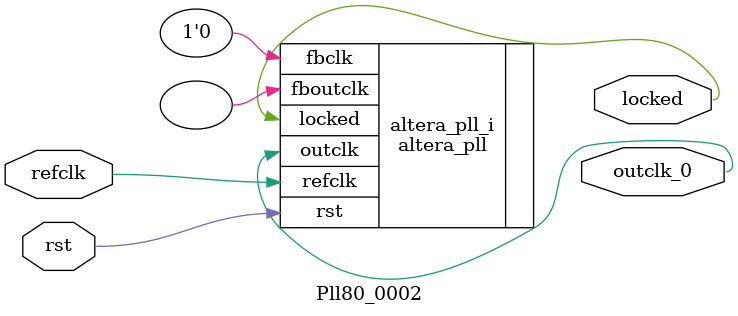
<source format=v>
`timescale 1ns/10ps
module  Pll80_0002(

	// interface 'refclk'
	input wire refclk,

	// interface 'reset'
	input wire rst,

	// interface 'outclk0'
	output wire outclk_0,

	// interface 'locked'
	output wire locked
);

	altera_pll #(
		.fractional_vco_multiplier("false"),
		.reference_clock_frequency("50.0 MHz"),
		.operation_mode("direct"),
		.number_of_clocks(1),
		.output_clock_frequency0("80.000000 MHz"),
		.phase_shift0("0 ps"),
		.duty_cycle0(50),
		.output_clock_frequency1("0 MHz"),
		.phase_shift1("0 ps"),
		.duty_cycle1(50),
		.output_clock_frequency2("0 MHz"),
		.phase_shift2("0 ps"),
		.duty_cycle2(50),
		.output_clock_frequency3("0 MHz"),
		.phase_shift3("0 ps"),
		.duty_cycle3(50),
		.output_clock_frequency4("0 MHz"),
		.phase_shift4("0 ps"),
		.duty_cycle4(50),
		.output_clock_frequency5("0 MHz"),
		.phase_shift5("0 ps"),
		.duty_cycle5(50),
		.output_clock_frequency6("0 MHz"),
		.phase_shift6("0 ps"),
		.duty_cycle6(50),
		.output_clock_frequency7("0 MHz"),
		.phase_shift7("0 ps"),
		.duty_cycle7(50),
		.output_clock_frequency8("0 MHz"),
		.phase_shift8("0 ps"),
		.duty_cycle8(50),
		.output_clock_frequency9("0 MHz"),
		.phase_shift9("0 ps"),
		.duty_cycle9(50),
		.output_clock_frequency10("0 MHz"),
		.phase_shift10("0 ps"),
		.duty_cycle10(50),
		.output_clock_frequency11("0 MHz"),
		.phase_shift11("0 ps"),
		.duty_cycle11(50),
		.output_clock_frequency12("0 MHz"),
		.phase_shift12("0 ps"),
		.duty_cycle12(50),
		.output_clock_frequency13("0 MHz"),
		.phase_shift13("0 ps"),
		.duty_cycle13(50),
		.output_clock_frequency14("0 MHz"),
		.phase_shift14("0 ps"),
		.duty_cycle14(50),
		.output_clock_frequency15("0 MHz"),
		.phase_shift15("0 ps"),
		.duty_cycle15(50),
		.output_clock_frequency16("0 MHz"),
		.phase_shift16("0 ps"),
		.duty_cycle16(50),
		.output_clock_frequency17("0 MHz"),
		.phase_shift17("0 ps"),
		.duty_cycle17(50),
		.pll_type("General"),
		.pll_subtype("General")
	) altera_pll_i (
		.rst	(rst),
		.outclk	({outclk_0}),
		.locked	(locked),
		.fboutclk	( ),
		.fbclk	(1'b0),
		.refclk	(refclk)
	);
endmodule


</source>
